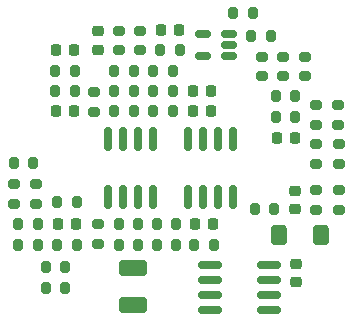
<source format=gbr>
%TF.GenerationSoftware,KiCad,Pcbnew,8.0.4*%
%TF.CreationDate,2024-09-03T19:15:54+05:30*%
%TF.ProjectId,OGS_B4_ISB1,4f47535f-4234-45f4-9953-42312e6b6963,rev?*%
%TF.SameCoordinates,Original*%
%TF.FileFunction,Paste,Top*%
%TF.FilePolarity,Positive*%
%FSLAX46Y46*%
G04 Gerber Fmt 4.6, Leading zero omitted, Abs format (unit mm)*
G04 Created by KiCad (PCBNEW 8.0.4) date 2024-09-03 19:15:54*
%MOMM*%
%LPD*%
G01*
G04 APERTURE LIST*
G04 Aperture macros list*
%AMRoundRect*
0 Rectangle with rounded corners*
0 $1 Rounding radius*
0 $2 $3 $4 $5 $6 $7 $8 $9 X,Y pos of 4 corners*
0 Add a 4 corners polygon primitive as box body*
4,1,4,$2,$3,$4,$5,$6,$7,$8,$9,$2,$3,0*
0 Add four circle primitives for the rounded corners*
1,1,$1+$1,$2,$3*
1,1,$1+$1,$4,$5*
1,1,$1+$1,$6,$7*
1,1,$1+$1,$8,$9*
0 Add four rect primitives between the rounded corners*
20,1,$1+$1,$2,$3,$4,$5,0*
20,1,$1+$1,$4,$5,$6,$7,0*
20,1,$1+$1,$6,$7,$8,$9,0*
20,1,$1+$1,$8,$9,$2,$3,0*%
G04 Aperture macros list end*
%ADD10RoundRect,0.225000X-0.225000X-0.250000X0.225000X-0.250000X0.225000X0.250000X-0.225000X0.250000X0*%
%ADD11RoundRect,0.200000X-0.200000X-0.275000X0.200000X-0.275000X0.200000X0.275000X-0.200000X0.275000X0*%
%ADD12RoundRect,0.200000X0.200000X0.275000X-0.200000X0.275000X-0.200000X-0.275000X0.200000X-0.275000X0*%
%ADD13RoundRect,0.200000X-0.275000X0.200000X-0.275000X-0.200000X0.275000X-0.200000X0.275000X0.200000X0*%
%ADD14RoundRect,0.200000X0.275000X-0.200000X0.275000X0.200000X-0.275000X0.200000X-0.275000X-0.200000X0*%
%ADD15RoundRect,0.150000X0.150000X-0.825000X0.150000X0.825000X-0.150000X0.825000X-0.150000X-0.825000X0*%
%ADD16RoundRect,0.225000X-0.250000X0.225000X-0.250000X-0.225000X0.250000X-0.225000X0.250000X0.225000X0*%
%ADD17RoundRect,0.250000X0.925000X-0.412500X0.925000X0.412500X-0.925000X0.412500X-0.925000X-0.412500X0*%
%ADD18RoundRect,0.150000X0.512500X0.150000X-0.512500X0.150000X-0.512500X-0.150000X0.512500X-0.150000X0*%
%ADD19RoundRect,0.250000X0.400000X0.600000X-0.400000X0.600000X-0.400000X-0.600000X0.400000X-0.600000X0*%
%ADD20RoundRect,0.150000X0.825000X0.150000X-0.825000X0.150000X-0.825000X-0.150000X0.825000X-0.150000X0*%
G04 APERTURE END LIST*
D10*
%TO.C,C8*%
X1725000Y4800000D03*
X3275000Y4800000D03*
%TD*%
D11*
%TO.C,R24*%
X-9925000Y6500000D03*
X-8275000Y6500000D03*
%TD*%
%TO.C,R17*%
X8775000Y4300000D03*
X10425000Y4300000D03*
%TD*%
D10*
%TO.C,C7*%
X8825000Y2500000D03*
X10375000Y2500000D03*
%TD*%
D12*
%TO.C,R10*%
X-8275000Y8200000D03*
X-9925000Y8200000D03*
%TD*%
D10*
%TO.C,C1*%
X-9675000Y-4700000D03*
X-8125000Y-4700000D03*
%TD*%
%TO.C,C11*%
X-9875000Y10000000D03*
X-8325000Y10000000D03*
%TD*%
D13*
%TO.C,R18*%
X-6300000Y-4775000D03*
X-6300000Y-6425000D03*
%TD*%
D14*
%TO.C,R31*%
X-11500000Y-3025000D03*
X-11500000Y-1375000D03*
%TD*%
D15*
%TO.C,U1*%
X-5405000Y-2475000D03*
X-4135000Y-2475000D03*
X-2865000Y-2475000D03*
X-1595000Y-2475000D03*
X-1595000Y2475000D03*
X-2865000Y2475000D03*
X-4135000Y2475000D03*
X-5405000Y2475000D03*
%TD*%
D10*
%TO.C,C12*%
X1925000Y-4700000D03*
X3475000Y-4700000D03*
%TD*%
D11*
%TO.C,R5B0*%
X-13025000Y-4700000D03*
X-11375000Y-4700000D03*
%TD*%
D14*
%TO.C,R32*%
X-13400000Y-3025000D03*
X-13400000Y-1375000D03*
%TD*%
%TO.C,R7A0*%
X9400000Y7775000D03*
X9400000Y9425000D03*
%TD*%
D16*
%TO.C,C3*%
X-6300000Y11575000D03*
X-6300000Y10025000D03*
%TD*%
D15*
%TO.C,U4*%
X1345000Y-2475000D03*
X2615000Y-2475000D03*
X3885000Y-2475000D03*
X5155000Y-2475000D03*
X5155000Y2475000D03*
X3885000Y2475000D03*
X2615000Y2475000D03*
X1345000Y2475000D03*
%TD*%
D12*
%TO.C,R23*%
X25000Y8200000D03*
X-1625000Y8200000D03*
%TD*%
D14*
%TO.C,R1*%
X-4500000Y9975000D03*
X-4500000Y11625000D03*
%TD*%
D11*
%TO.C,R11*%
X-1325000Y-4700000D03*
X325000Y-4700000D03*
%TD*%
D10*
%TO.C,C4*%
X-975000Y11700000D03*
X575000Y11700000D03*
%TD*%
D11*
%TO.C,R26*%
X-4525000Y-4700000D03*
X-2875000Y-4700000D03*
%TD*%
D12*
%TO.C,R4*%
X625000Y10000000D03*
X-1025000Y10000000D03*
%TD*%
D16*
%TO.C,C6*%
X10400000Y-1925000D03*
X10400000Y-3475000D03*
%TD*%
D13*
%TO.C,R3*%
X-2700000Y11625000D03*
X-2700000Y9975000D03*
%TD*%
D14*
%TO.C,R22*%
X-6600000Y4775000D03*
X-6600000Y6425000D03*
%TD*%
D11*
%TO.C,R9*%
X8775000Y6100000D03*
X10425000Y6100000D03*
%TD*%
D17*
%TO.C,C13*%
X-3300000Y-11575000D03*
X-3300000Y-8500000D03*
%TD*%
D11*
%TO.C,R5A0*%
X-13025000Y-6500000D03*
X-11375000Y-6500000D03*
%TD*%
D12*
%TO.C,R25*%
X-9075000Y-8400000D03*
X-10725000Y-8400000D03*
%TD*%
D11*
%TO.C,R7*%
X-13425000Y400000D03*
X-11775000Y400000D03*
%TD*%
%TO.C,R6*%
X-9725000Y-6500000D03*
X-8075000Y-6500000D03*
%TD*%
%TO.C,R19B0*%
X-4925000Y4800000D03*
X-3275000Y4800000D03*
%TD*%
D10*
%TO.C,C2*%
X1725000Y6500000D03*
X3275000Y6500000D03*
%TD*%
D18*
%TO.C,U2*%
X4837500Y9450000D03*
X4837500Y10400000D03*
X4837500Y11350000D03*
X2562500Y11350000D03*
X2562500Y9450000D03*
%TD*%
D12*
%TO.C,R21B0*%
X25000Y6500000D03*
X-1625000Y6500000D03*
%TD*%
D10*
%TO.C,C9*%
X-9875000Y4800000D03*
X-8325000Y4800000D03*
%TD*%
D12*
%TO.C,R20*%
X-3275000Y8200000D03*
X-4925000Y8200000D03*
%TD*%
D13*
%TO.C,R29*%
X11200000Y9425000D03*
X11200000Y7775000D03*
%TD*%
D16*
%TO.C,C5*%
X10500000Y-8125000D03*
X10500000Y-9675000D03*
%TD*%
D13*
%TO.C,R13*%
X12200000Y-1875000D03*
X12200000Y-3525000D03*
%TD*%
D12*
%TO.C,R14*%
X8625000Y-3500000D03*
X6975000Y-3500000D03*
%TD*%
D11*
%TO.C,R28*%
X-4525000Y-6500000D03*
X-2875000Y-6500000D03*
%TD*%
%TO.C,R27*%
X-10725000Y-10200000D03*
X-9075000Y-10200000D03*
%TD*%
D12*
%TO.C,R21*%
X3525000Y-6500000D03*
X1875000Y-6500000D03*
%TD*%
D11*
%TO.C,R6A0*%
X6675000Y11200000D03*
X8325000Y11200000D03*
%TD*%
%TO.C,R6B0*%
X5175000Y13100000D03*
X6825000Y13100000D03*
%TD*%
D19*
%TO.C,D1*%
X12550000Y-5700000D03*
X9050000Y-5700000D03*
%TD*%
D14*
%TO.C,R12*%
X12200000Y375000D03*
X12200000Y2025000D03*
%TD*%
D13*
%TO.C,R30*%
X12200000Y5325000D03*
X12200000Y3675000D03*
%TD*%
D12*
%TO.C,R21A0*%
X25000Y4800000D03*
X-1625000Y4800000D03*
%TD*%
%TO.C,R19*%
X325000Y-6500000D03*
X-1325000Y-6500000D03*
%TD*%
D14*
%TO.C,R8*%
X14000000Y3675000D03*
X14000000Y5325000D03*
%TD*%
D11*
%TO.C,R19A0*%
X-4925000Y6500000D03*
X-3275000Y6500000D03*
%TD*%
D14*
%TO.C,R15*%
X14100000Y375000D03*
X14100000Y2025000D03*
%TD*%
D13*
%TO.C,R16*%
X14100000Y-1875000D03*
X14100000Y-3525000D03*
%TD*%
D14*
%TO.C,R7B0*%
X7600000Y7775000D03*
X7600000Y9425000D03*
%TD*%
D20*
%TO.C,U3*%
X8175000Y-12005000D03*
X8175000Y-10735000D03*
X8175000Y-9465000D03*
X8175000Y-8195000D03*
X3225000Y-8195000D03*
X3225000Y-9465000D03*
X3225000Y-10735000D03*
X3225000Y-12005000D03*
%TD*%
D12*
%TO.C,R2*%
X-8075000Y-2900000D03*
X-9725000Y-2900000D03*
%TD*%
M02*

</source>
